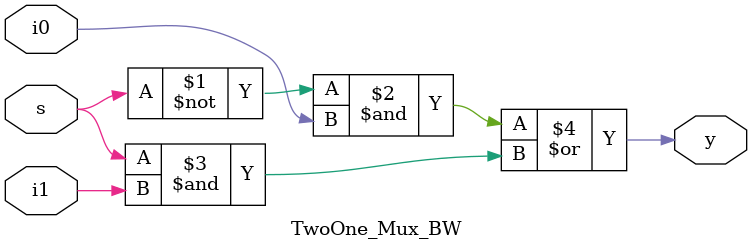
<source format=v>
`timescale 1ns / 1ps


module TwoOne_Mux_BW(input s,i0,i1,output y);
assign y=(~s&i0)|(s&i1);
endmodule

</source>
